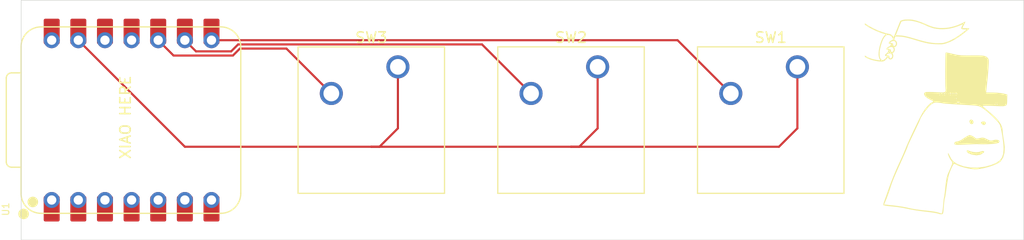
<source format=kicad_pcb>
(kicad_pcb (version 20240108) (generator "pcbnew") (generator_version "8.0")
  (layers (0 "F.Cu" signal) (31 "B.Cu" signal) (34 "B.Paste" user) (35 "F.Paste" user) (36 "B.SilkS" user "B.Silkscreen") (37 "F.SilkS" user "F.Silkscreen") (38 "B.Mask" user) (39 "F.Mask" user) (44 "Edge.Cuts" user))
  (net 0 "")
  (net 1 "Net-(U1-GPIO1{slash}RX)")
  (net 2 "GND")
  (net 3 "Net-(U1-GPIO2{slash}SCK)")
  (net 4 "Net-(U1-GPIO4{slash}MISO)")
  (net 11 "+5V")
  (footprint "Button_Switch_Keyboard:SW_Cherry_MX_1.00u_PCB" (layer "F.Cu") (at 203.2 102.87)
    (property "Reference" "SW1" (at -2.54 -2.794 0) (layer "F.SilkS"))
    (property "Value" "SW_Push")
    (fp_line (start -9.525 -1.905) (end 4.445 -1.905) (stroke (width 0.12)) (layer "F.SilkS"))
    (fp_line (start -9.525 12.065) (end -9.525 -1.905) (stroke (width 0.12)) (layer "F.SilkS"))
    (fp_line (start 4.445 -1.905) (end 4.445 12.065) (stroke (width 0.12)) (layer "F.SilkS"))
    (fp_line (start 4.445 12.065) (end -9.525 12.065) (stroke (width 0.12)) (layer "F.SilkS"))
    (pad "" np_thru_hole circle (at -7.62 5.08) (size 1.7 1.7) (drill 1.7) (layers "*.Cu" "*.Mask"))
    (pad "" np_thru_hole circle (at -2.54 5.08) (size 4 4) (drill 4) (layers "*.Cu" "*.Mask"))
    (pad "" np_thru_hole circle (at 2.54 5.08) (size 1.7 1.7) (drill 1.7) (layers "*.Cu" "*.Mask"))
    (pad "1" thru_hole circle (at 0 0) (size 2.2 2.2) (drill 1.5) (layers "*.Cu" "*.Mask") (net 2 "GND"))
    (pad "2" thru_hole circle (at -6.35 2.54) (size 2.2 2.2) (drill 1.5) (layers "*.Cu" "*.Mask") (net 1 "Net-(U1-GPIO1{slash}RX)"))
  )
  (footprint "Button_Switch_Keyboard:SW_Cherry_MX_1.00u_PCB" (layer "F.Cu") (at 165.1 102.87)
    (property "Reference" "SW3" (at -2.54 -2.794 0) (layer "F.SilkS"))
    (property "Value" "SW_Push")
    (fp_line (start -9.525 -1.905) (end 4.445 -1.905) (stroke (width 0.12)) (layer "F.SilkS"))
    (fp_line (start -9.525 12.065) (end -9.525 -1.905) (stroke (width 0.12)) (layer "F.SilkS"))
    (fp_line (start 4.445 -1.905) (end 4.445 12.065) (stroke (width 0.12)) (layer "F.SilkS"))
    (fp_line (start 4.445 12.065) (end -9.525 12.065) (stroke (width 0.12)) (layer "F.SilkS"))
    (pad "" np_thru_hole circle (at -7.62 5.08) (size 1.7 1.7) (drill 1.7) (layers "*.Cu" "*.Mask"))
    (pad "" np_thru_hole circle (at -2.54 5.08) (size 4 4) (drill 4) (layers "*.Cu" "*.Mask"))
    (pad "" np_thru_hole circle (at 2.54 5.08) (size 1.7 1.7) (drill 1.7) (layers "*.Cu" "*.Mask"))
    (pad "1" thru_hole circle (at 0 0) (size 2.2 2.2) (drill 1.5) (layers "*.Cu" "*.Mask") (net 2 "GND"))
    (pad "2" thru_hole circle (at -6.35 2.54) (size 2.2 2.2) (drill 1.5) (layers "*.Cu" "*.Mask") (net 4 "Net-(U1-GPIO4{slash}MISO)"))
  )
  (footprint "LOGO" (layer "F.Cu") (at 214.63 100.33)
    (property "Reference" "G***" (hide yes))
    (property "Value" "LOGO" (hide yes))
    (fp_poly (pts (xy -0.747904 -1.971691) (xy -0.647742 -1.969428) (xy -0.566218 -1.965058) (xy -0.494794 -1.957825) (xy -0.424929 -1.946975) (xy -0.348083 -1.931754) (xy -0.303657 -1.92211) (xy -0.085073 -1.866819) (xy 0.150611 -1.794661) (xy 0.391516 -1.70966) (xy 0.625759 -1.615836) (xy 0.709851 -1.579023) (xy 0.916688 -1.487695) (xy 1.097426 -1.411694) (xy 1.257375 -1.349329) (xy 1.401844 -1.298908) (xy 1.536145 -1.258739) (xy 1.665588 -1.227131) (xy 1.795483 -1.202392) (xy 1.93114 -1.18283) (xy 1.967268 -1.17847) (xy 2.096682 -1.168013) (xy 2.249996 -1.163063) (xy 2.417471 -1.163316) (xy 2.589369 -1.168466) (xy 2.75595 -1.178206) (xy 2.907476 -1.192232) (xy 3.034209 -1.210237) (xy 3.045499 -1.212312) (xy 3.441478 -1.303921) (xy 3.823813 -1.42728) (xy 4.197208 -1.583999) (xy 4.353341 -1.660588) (xy 4.436633 -1.702295) (xy 4.508332 -1.736481) (xy 4.562663 -1.760527) (xy 4.593852 -1.771814) (xy 4.598873 -1.771967) (xy 4.594048 -1.75391) (xy 4.574953 -1.709368) (xy 4.54399 -1.643451) (xy 4.503558 -1.561269) (xy 4.456158 -1.468127) (xy 4.408728 -1.374727) (xy 4.368491 -1.292378) (xy 4.337827 -1.226215) (xy 4.319117 -1.181374) (xy 4.314731 -1.163) (xy 4.335178 -1.159267) (xy 4.385532 -1.155377) (xy 4.459976 -1.151625) (xy 4.552696 -1.148304) (xy 4.654492 -1.145777) (xy 4.758463 -1.143082) (xy 4.848924 -1.139521) (xy 4.920305 -1.135414) (xy 4.967035 -1.131081) (xy 4.983544 -1.126894) (xy 4.970841 -1.111034) (xy 4.936245 -1.076966) (xy 4.885025 -1.029684) (xy 4.822453 -0.974183) (xy 4.821873 -0.973677) (xy 4.511389 -0.714221) (xy 4.203811 -0.479009) (xy 3.901002 -0.269117) (xy 3.604826 -0.085623) (xy 3.317145 0.070398) (xy 3.039822 0.197867) (xy 2.774721 0.29571) (xy 2.523703 0.362848) (xy 2.50119 0.367484) (xy 2.445149 0.377523) (xy 2.387917 0.384741) (xy 2.323377 0.389353) (xy 2.245413 0.391573) (xy 2.147909 0.391617) (xy 2.024749 0.389698) (xy 1.929601 0.387539) (xy 1.739458 0.381162) (xy 1.562261 0.37112) (xy 1.393197 0.356506) (xy 1.227451 0.336414) (xy 1.060211 0.309937) (xy 0.886662 0.276167) (xy 0.70199 0.234197) (xy 0.501382 0.183122) (xy 0.280025 0.122034) (xy 0.033104 0.050025) (xy -0.142897 -0.002918) (xy -0.40333 -0.080693) (xy -0.634369 -0.146699) (xy -0.840042 -0.201793) (xy -1.024373 -0.246835) (xy -1.191388 -0.282683) (xy -1.345112 -0.310196) (xy -1.489571 -0.330232) (xy -1.62879 -0.34365) (xy -1.766794 -0.351308) (xy -1.77829 -0.351711) (xy -2.082951 -0.361929) (xy -2.142672 -0.207454) (xy -2.167944 -0.139688) (xy -2.186293 -0.085793) (xy -2.195213 -0.05339) (xy -2.195254 -0.047531) (xy -2.176979 -0.03631) (xy -2.137681 -0.01332) (xy -2.104825 0.005594) (xy -2.017125 0.074904) (xy -1.957184 0.163763) (xy -1.927252 0.26671) (xy -1.929578 0.378281) (xy -1.936997 0.412983) (xy -1.97711 0.515434) (xy -2.036298 0.59203) (xy -2.111758 0.639449) (xy -2.134021 0.646675) (xy -2.180946 0.66041) (xy -2.199286 0.672856) (xy -2.19506 0.691601) (xy -2.183869 0.70953) (xy -2.149335 0.790724) (xy -2.139231 0.883564) (xy -2.151285 0.979445) (xy -2.183226 1.069761) (xy -2.232782 1.145907) (xy -2.297683 1.199277) (xy -2.315375 1.207776) (xy -2.377748 1.233838) (xy -2.33819 1.297845) (xy -2.298451 1.389458) (xy -2.284032 1.487867) (xy -2.292984 1.585927) (xy -2.323358 1.676495) (xy -2.373203 1.752428) (xy -2.440572 1.806582) (xy -2.481692 1.823707) (xy -2.56191 1.835713) (xy -2.632542 1.817667) (xy -2.701602 1.767277) (xy -2.710894 1.75822) (xy -2.749369 1.714635) (xy -2.765373 1.677941) (xy -2.765228 1.634237) (xy -2.761166 1.593074) (xy -2.760586 1.572431) (xy -2.760918 1.57187) (xy -2.771519 1.585344) (xy -2.795425 1.619841) (xy -2.814118 1.647772) (xy -2.893147 1.751198) (xy -2.987871 1.850282) (xy -3.087216 1.934186) (xy -3.148696 1.975256) (xy -3.204059 2.005996) (xy -3.248911 2.024049) (xy -3.296589 2.032562) (xy -3.360427 2.034681) (xy -3.399234 2.034371) (xy -3.480859 2.031214) (xy -3.582445 2.02426) (xy -3.688578 2.014675) (xy -3.751055 2.007783) (xy -3.948728 1.977362) (xy -4.151052 1.933985) (xy -4.350279 1.880024) (xy -4.538661 1.817847) (xy -4.708451 1.749824) (xy -4.8519 1.678326) (xy -4.878013 1.663055) (xy -4.937585 1.625488) (xy -4.972677 1.597085) (xy -4.990265 1.570071) (xy -4.997324 1.536676) (xy -4.998019 1.529339) (xy -4.999153 1.487272) (xy -4.994906 1.465521) (xy -4.993352 1.464697) (xy -4.974584 1.474052) (xy -4.934902 1.498645) (xy -4.882686 1.53327) (xy -4.879672 1.535324) (xy -4.743519 1.61514) (xy -4.578393 1.689975) (xy -4.390947 1.757514) (xy -4.187832 1.815441) (xy -3.975701 1.861444) (xy -3.909693 1.872834) (xy -3.788414 1.891736) (xy -3.684739 1.906442) (xy -3.602764 1.916466) (xy -3.546584 1.921322) (xy -3.520295 1.920525) (xy -3.518847 1.919175) (xy -3.527433 1.902248) (xy -3.549617 1.864291) (xy -3.571949 1.827593) (xy -3.632221 1.698334) (xy -3.670651 1.542079) (xy -3.68723 1.36011) (xy -3.684198 1.2416) (xy -3.58844 1.2416) (xy -3.586191 1.362555) (xy -3.576112 1.506653) (xy -3.556948 1.621593) (xy -3.526803 1.713206) (xy -3.483783 1.787328) (xy -3.42872 1.847345) (xy -3.36413 1.894243) (xy -3.303825 1.909655) (xy -3.238351 1.895069) (xy -3.209837 1.881811) (xy -3.113044 1.821367) (xy -3.02677 1.742638) (xy -2.956002 1.657149) (xy -2.917287 1.603937) (xy -2.888833 1.561571) (xy -2.876042 1.538159) (xy -2.875809 1.536804) (xy -2.891747 1.526594) (xy -2.932222 1.516132) (xy -2.958852 1.511757) (xy -3.013669 1.500984) (xy -3.055097 1.487082) (xy -3.064963 1.48123) (xy -3.078536 1.449327) (xy -3.070384 1.420828) (xy -2.942232 1.420828) (xy -2.912999 1.428839) (xy -2.905844 1.428973) (xy -2.84795 1.435742) (xy -2.782639 1.453183) (xy -2.721583 1.476998) (xy -2.676455 1.502889) (xy -2.661007 1.519135) (xy -2.651014 1.561017) (xy -2.653089 1.613175) (xy -2.653358 1.61465) (xy -2.656709 1.660498) (xy -2.640714 1.689833) (xy -2.623353 1.703711) (xy -2.577977 1.728203) (xy -2.535866 1.728345) (xy -2.495565 1.713245) (xy -2.439283 1.66973) (xy -2.40356 1.605458) (xy -2.388282 1.528809) (xy -2.393337 1.448164) (xy -2.418611 1.371902) (xy -2.463992 1.308403) (xy -2.501415 1.279565) (xy -2.572875 1.255997) (xy -2.659965 1.255124) (xy -2.752551 1.274894) (xy -2.840499 1.313254) (xy -2.907068 1.361746) (xy -2.940243 1.39909) (xy -2.942232 1.420828) (xy -3.070384 1.420828) (xy -3.065555 1.403945) (xy -3.029657 1.350706) (xy -2.974476 1.295235) (xy -2.916387 1.251362) (xy -2.866572 1.213889) (xy -2.831056 1.172854) (xy -2.822393 1.1567) (xy -2.681712 1.1567) (xy -2.66803 1.158116) (xy -2.64333 1.133921) (xy -2.626936 1.102811) (xy -2.613198 1.058314) (xy -2.60446 1.012447) (xy -2.603068 0.977226) (xy -2.610275 0.964557) (xy -2.625613 0.971775) (xy -2.625738 0.972826) (xy -2.631761 0.992702) (xy -2.647249 1.034997) (xy -2.661202 1.071068) (xy -2.679652 1.126927) (xy -2.681712 1.1567) (xy -2.822393 1.1567) (xy -2.800566 1.115998) (xy -2.783389 1.075545) (xy -2.75932 1.01385) (xy -2.74164 0.96414) (xy -2.733924 0.936512) (xy -2.733846 0.935599) (xy -2.749284 0.921975) (xy -2.789725 0.909323) (xy -2.820338 0.903975) (xy -2.888784 0.890173) (xy -2.925145 0.868751) (xy -2.932886 0.835599) (xy -2.925222 0.813515) (xy -2.799334 0.813515) (xy -2.770101 0.821525) (xy -2.762947 0.821659) (xy -2.705053 0.828428) (xy -2.639742 0.84587) (xy -2.578686 0.869685) (xy -2.533558 0.895575) (xy -2.51811 0.911821) (xy -2.508117 0.953703) (xy -2.510192 1.005861) (xy -2.510461 1.007336) (xy -2.513812 1.053184) (xy -2.497817 1.08252) (xy -2.480456 1.096397) (xy -2.43508 1.120889) (xy -2.392969 1.121032) (xy -2.352667 1.105932) (xy -2.296386 1.062416) (xy -2.260663 0.998144) (xy -2.245385 0.921495) (xy -2.25044 0.84085) (xy -2.275714 0.764588) (xy -2.321094 0.701089) (xy -2.358517 0.672252) (xy -2.429978 0.648683) (xy -2.517067 0.64781) (xy -2.609653 0.66758) (xy -2.697601 0.70594) (xy -2.76417 0.754433) (xy -2.797346 0.791777) (xy -2.799334 0.813515) (xy -2.925222 0.813515) (xy -2.91689 0.789505) (xy -2.86825 0.722349) (xy -2.790799 0.65662) (xy -2.691233 0.597687) (xy -2.658478 0.582323) (xy -2.60154 0.554072) (xy -2.589761 0.544285) (xy -2.440778 0.544285) (xy -2.420773 0.553609) (xy -2.41569 0.553727) (xy -2.39267 0.547172) (xy -2.387457 0.521021) (xy -2.389918 0.498793) (xy -2.400249 0.463545) (xy -2.414765 0.463116) (xy -2.432 0.497052) (xy -2.437382 0.513537) (xy -2.440778 0.544285) (xy -2.589761 0.544285) (xy -2.567084 0.525444) (xy -2.543638 0.484947) (xy -2.532102 0.455685) (xy -2.515752 0.404673) (xy -2.508416 0.367803) (xy -2.509373 0.357666) (xy -2.530545 0.347644) (xy -2.575153 0.337226) (xy -2.605591 0.332439) (xy -2.674175 0.318647) (xy -2.710678 0.297293) (xy -2.718577 0.26427) (xy -2.710848 0.241925) (xy -2.584988 0.241925) (xy -2.555755 0.249936) (xy -2.548601 0.25007) (xy -2.490707 0.256839) (xy -2.425396 0.27428) (xy -2.36434 0.298095) (xy -2.319212 0.323986) (xy -2.303764 0.340232) (xy -2.293771 0.382114) (xy -2.295846 0.434272) (xy -2.296115 0.435747) (xy -2.299466 0.481595) (xy -2.283471 0.51093) (xy -2.26611 0.524808) (xy -2.220734 0.5493) (xy -2.178623 0.549442) (xy -2.138321 0.534342) (xy -2.08204 0.490827) (xy -2.046317 0.426555) (xy -2.031039 0.349906) (xy -2.036094 0.269261) (xy -2.061368 0.192999) (xy -2.106748 0.1295) (xy -2.144171 0.100663) (xy -2.215632 0.077094) (xy -2.302722 0.076221) (xy -2.395307 0.095991) (xy -2.483255 0.134351) (xy -2.549824 0.182844) (xy -2.583 0.220187) (xy -2.584988 0.241925) (xy -2.710848 0.241925) (xy -2.702544 0.217915) (xy -2.654172 0.151084) (xy -2.577859 0.086184) (xy -2.481168 0.02912) (xy -2.433305 0.007686) (xy -2.377679 -0.019281) (xy -2.336538 -0.047297) (xy -2.321276 -0.065715) (xy -2.318242 -0.122141) (xy -2.339204 -0.192096) (xy -2.379498 -0.26778) (xy -2.434456 -0.341398) (xy -2.499415 -0.405151) (xy -2.543227 -0.436651) (xy -2.606365 -0.469915) (xy -2.669809 -0.488392) (xy -2.750971 -0.497118) (xy -2.752612 -0.497211) (xy -2.823681 -0.499193) (xy -2.874078 -0.493446) (xy -2.918527 -0.477067) (xy -2.954579 -0.457373) (xy -3.04933 -0.383225) (xy -3.140458 -0.274365) (xy -3.22752 -0.131665) (xy -3.310072 0.044005) (xy -3.387668 0.251772) (xy -3.459866 0.490767) (xy -3.483187 0.579307) (xy -3.523576 0.745263) (xy -3.553183 0.886003) (xy -3.573119 1.009993) (xy -3.584501 1.125703) (xy -3.58844 1.2416) (xy -3.684198 1.2416) (xy -3.681949 1.15371) (xy -3.654799 0.924158) (xy -3.60577 0.672738) (xy -3.581136 0.57069) (xy -3.51754 0.34284) (xy -3.447744 0.134995) (xy -3.373044 -0.050168) (xy -3.294733 -0.209969) (xy -3.214105 -0.341728) (xy -3.132455 -0.442765) (xy -3.062644 -0.50288) (xy -3.024459 -0.530828) (xy -3.002804 -0.550448) (xy -3.000966 -0.553856) (xy -3.016835 -0.562448) (xy -3.059232 -0.577484) (xy -3.120164 -0.596218) (xy -3.144775 -0.603248) (xy -3.404281 -0.684728) (xy -3.679664 -0.787075) (xy -3.961459 -0.905974) (xy -4.240202 -1.037114) (xy -4.506427 -1.176179) (xy -4.750668 -1.318859) (xy -4.839125 -1.375343) (xy -4.910694 -1.422994) (xy -4.957405 -1.457032) (xy -4.98454 -1.48302) (xy -4.997382 -1.50652) (xy -5.001213 -1.533097) (xy -5.001406 -1.546237) (xy -4.99819 -1.586482) (xy -4.990235 -1.604616) (xy -4.98801 -1.604501) (xy -4.969079 -1.592938) (xy -4.926056 -1.565235) (xy -4.864577 -1.525063) (xy -4.790277 -1.476092) (xy -4.756968 -1.454024) (xy -4.612194 -1.36307) (xy -4.444752 -1.266342) (xy -4.265721 -1.169786) (xy -4.08618 -1.079347) (xy -3.91721 -1.00097) (xy -3.89311 -0.99047) (xy -3.73978 -0.927011) (xy -3.575899 -0.863963) (xy -3.407683 -0.803353) (xy -3.241345 -0.747211) (xy -3.083101 -0.697566) (xy -2.939167 -0.656448) (xy -2.815756 -0.625885) (xy -2.723178 -0.608475) (xy -2.645089 -0.591651) (xy -2.564993 -0.565556) (xy -2.525179 -0.548148) (xy -2.456041 -0.503706) (xy -2.382791 -0.441817) (xy -2.317478 -0.373761) (xy -2.272662 -0.311738) (xy -2.254869 -0.288094) (xy -2.246055 -0.285944) (xy -2.238119 -0.303802) (xy -2.218229 -0.351516) (xy -2.187729 -0.425783) (xy -2.165505 -0.480283) (xy -2.036314 -0.480283) (xy -2.019422 -0.476105) (xy -1.972658 -0.471425) (xy -1.901863 -0.466653) (xy -1.812879 -0.462199) (xy -1.737096 -0.459292) (xy -1.625403 -0.454092) (xy -1.516339 -0.445647) (xy -1.406297 -0.433165) (xy -1.291673 -0.415851) (xy -1.168861 -0.392914) (xy -1.034258 -0.36356) (xy -0.884259 -0.326997) (xy -0.715257 -0.282432) (xy -0.523649 -0.229071) (xy -0.30583 -0.166123) (xy -0.058194 -0.092793) (xy -0.023068 -0.08229) (xy 0.235133 -0.006495) (xy 0.465622 0.057707) (xy 0.674046 0.111503) (xy 0.866054 0.156081) (xy 1.047292 0.192628) (xy 1.223409 0.222332) (xy 1.400052 0.24638) (xy 1.582869 0.265961) (xy 1.670112 0.273755) (xy 1.77319 0.279955) (xy 1.893776 0.283209) (xy 2.023442 0.283681) (xy 2.153758 0.281536) (xy 2.276295 0.276939) (xy 2.382623 0.270054) (xy 2.464311 0.261046) (xy 2.48326 0.257859) (xy 2.711609 0.200897) (xy 2.956112 0.114009) (xy 3.215003 -0.001827) (xy 3.486513 -0.145633) (xy 3.768876 -0.316431) (xy 4.060325 -0.513245) (xy 4.359091 -0.735095) (xy 4.544532 -0.882589) (xy 4.721765 -1.027075) (xy 4.52667 -1.03148) (xy 4.423122 -1.034519) (xy 4.348875 -1.038919) (xy 4.297506 -1.045758) (xy 4.262595 -1.056114) (xy 4.237717 -1.071062) (xy 4.225651 -1.081964) (xy 4.204947 -1.113307) (xy 4.200327 -1.154131) (xy 4.212818 -1.209842) (xy 4.243446 -1.285844) (xy 4.277989 -1.357525) (xy 4.311816 -1.425561) (xy 4.33862 -1.480769) (xy 4.35497 -1.516006) (xy 4.358368 -1.524867) (xy 4.343163 -1.520917) (xy 4.301767 -1.504767) (xy 4.240509 -1.478999) (xy 4.166049 -1.446346) (xy 3.818038 -1.306876) (xy 3.465125 -1.196176) (xy 3.11133 -1.11502) (xy 2.760669 -1.06418) (xy 2.417161 -1.044426) (xy 2.121665 -1.053545) (xy 1.876136 -1.079374) (xy 1.6444 -1.120035) (xy 1.417623 -1.177927) (xy 1.186971 -1.255451) (xy 0.943612 -1.35501) (xy 0.839522 -1.402102) (xy 0.570088 -1.521952) (xy 0.322009 -1.621281) (xy 0.088942 -1.702128) (xy -0.135459 -1.766533) (xy -0.357537 -1.816535) (xy -0.553727 -1.849896) (xy -0.714396 -1.866965) (xy -0.879405 -1.872858) (xy -1.041634 -1.868137) (xy -1.193962 -1.853366) (xy -1.329267 -1.829108) (xy -1.440429 -1.795925) (xy -1.484431 -1.776318) (xy -1.498408 -1.765971) (xy -1.514023 -1.74696) (xy -1.532696 -1.716181) (xy -1.555848 -1.670531) (xy -1.584899 -1.606905) (xy -1.621271 -1.5222) (xy -1.666382 -1.413312) (xy -1.721655 -1.277138) (xy -1.784148 -1.121477) (xy -1.840617 -0.980073) (xy -1.892677 -0.84917) (xy -1.938881 -0.73245) (xy -1.977779 -0.633594) (xy -2.007925 -0.556286) (xy -2.027869 -0.504207) (xy -2.036164 -0.48104) (xy -2.036314 -0.480283) (xy -2.165505 -0.480283) (xy -2.147964 -0.5233) (xy -2.100276 -0.640765) (xy -2.046009 -0.774877) (xy -1.986507 -0.922332) (xy -1.928405 -1.066667) (xy -1.618012 -1.838607) (xy -1.533153 -1.875112) (xy -1.451409 -1.908206) (xy -1.375898 -1.933111) (xy -1.299366 -1.950903) (xy -1.214557 -1.962655) (xy -1.114218 -1.969443) (xy -0.991092 -1.972343) (xy -0.875246 -1.972599)) (fill solid) (layer "F.SilkS"))
  )
  (footprint "Button_Switch_Keyboard:SW_Cherry_MX_1.00u_PCB" (layer "F.Cu") (at 184.15 102.87)
    (property "Reference" "SW2" (at -2.54 -2.794 0) (layer "F.SilkS"))
    (property "Value" "SW_Push")
    (fp_line (start -9.525 -1.905) (end 4.445 -1.905) (stroke (width 0.12)) (layer "F.SilkS"))
    (fp_line (start -9.525 12.065) (end -9.525 -1.905) (stroke (width 0.12)) (layer "F.SilkS"))
    (fp_line (start 4.445 -1.905) (end 4.445 12.065) (stroke (width 0.12)) (layer "F.SilkS"))
    (fp_line (start 4.445 12.065) (end -9.525 12.065) (stroke (width 0.12)) (layer "F.SilkS"))
    (pad "" np_thru_hole circle (at -7.62 5.08) (size 1.7 1.7) (drill 1.7) (layers "*.Cu" "*.Mask"))
    (pad "" np_thru_hole circle (at -2.54 5.08) (size 4 4) (drill 4) (layers "*.Cu" "*.Mask"))
    (pad "" np_thru_hole circle (at 2.54 5.08) (size 1.7 1.7) (drill 1.7) (layers "*.Cu" "*.Mask"))
    (pad "1" thru_hole circle (at 0 0) (size 2.2 2.2) (drill 1.5) (layers "*.Cu" "*.Mask") (net 2 "GND"))
    (pad "2" thru_hole circle (at -6.35 2.54) (size 2.2 2.2) (drill 1.5) (layers "*.Cu" "*.Mask") (net 3 "Net-(U1-GPIO2{slash}SCK)"))
  )
  (footprint "Seeed Studio XIAO Series Library:XIAO-RP2040-DIP" (layer "F.Cu") (at 139.7 107.95 90)
    (property "Reference" "U1" (at -8.5 -12 90) (layer "F.SilkS") (effects (font (size 0.635 0.635) (thickness 0.1016))))
    (property "Value" "XIAO-RP2040-DIP")
    (fp_line (start -3.991272 -11.951) (end 4.004 -11.951) (stroke (width 0.127)) (layer "F.SilkS"))
    (fp_line (start 4.504 -11.451) (end 4.504 -10.541) (stroke (width 0.127)) (layer "F.SilkS"))
    (fp_line (start 6.985 -10.541) (end -6.985 -10.541) (stroke (width 0.1)) (layer "F.SilkS"))
    (fp_line (start 6.985 -10.541) (end -6.985 -10.541) (stroke (width 0.127)) (layer "F.SilkS"))
    (fp_line (start -4.495 -10.541) (end -4.491272 -11.451272) (stroke (width 0.127)) (layer "F.SilkS"))
    (fp_line (start 8.89 8.509) (end 8.89 -8.636) (stroke (width 0.127)) (layer "F.SilkS"))
    (fp_line (start -8.89 8.509) (end -8.89 -8.636) (stroke (width 0.127)) (layer "F.SilkS"))
    (fp_line (start -6.985 10.414) (end 6.985 10.414) (stroke (width 0.127)) (layer "F.SilkS"))
    (fp_arc (start 4.004 -11.951) (mid 4.357553 -11.804553) (end 4.504 -11.451) (stroke (width 0.127)) (layer "F.SilkS"))
    (fp_arc (start -4.491272 -11.451272) (mid -4.344724 -11.804644) (end -3.991272 -11.951) (stroke (width 0.127)) (layer "F.SilkS"))
    (fp_arc (start 6.985 -10.541) (mid 8.332038 -9.983038) (end 8.89 -8.636) (stroke (width 0.127)) (layer "F.SilkS"))
    (fp_arc (start -8.89 -8.636) (mid -8.332038 -9.983038) (end -6.985 -10.541) (stroke (width 0.127)) (layer "F.SilkS"))
    (fp_arc (start 8.89 8.509) (mid 8.332038 9.856038) (end 6.985 10.414) (stroke (width 0.127)) (layer "F.SilkS"))
    (fp_arc (start -6.985 10.414) (mid -8.332038 9.856038) (end -8.89 8.509) (stroke (width 0.127)) (layer "F.SilkS"))
    (fp_circle (center -8.95 -10.3) (end -8.95 -10.554) (stroke (width 0.5)) (fill solid) (layer "F.SilkS"))
    (fp_circle (center -7.807 -9.42) (end -7.807 -9.674) (stroke (width 0.5)) (fill solid) (layer "F.SilkS"))
    (pad "1" smd roundrect (at -8.455 -7.62 270) (size 2.432 1.524) (layers "F.Cu" "F.Mask") (roundrect_rratio 0.1))
    (pad "1" thru_hole circle (at -7.62 -7.62 270) (size 1.524 1.524) (drill 0.889) (layers "*.Cu" "*.Mask"))
    (pad "2" smd roundrect (at -8.455 -5.08 270) (size 2.432 1.524) (layers "F.Cu" "F.Mask") (roundrect_rratio 0.1))
    (pad "2" thru_hole circle (at -7.62 -5.08 270) (size 1.524 1.524) (drill 0.889) (layers "*.Cu" "*.Mask"))
    (pad "3" smd roundrect (at -8.455 -2.54 270) (size 2.432 1.524) (layers "F.Cu" "F.Mask") (roundrect_rratio 0.1))
    (pad "3" thru_hole circle (at -7.62 -2.54 270) (size 1.524 1.524) (drill 0.889) (layers "*.Cu" "*.Mask"))
    (pad "4" smd roundrect (at -8.455 0 270) (size 2.432 1.524) (layers "F.Cu" "F.Mask") (roundrect_rratio 0.1))
    (pad "4" thru_hole circle (at -7.62 0 270) (size 1.524 1.524) (drill 0.889) (layers "*.Cu" "*.Mask"))
    (pad "5" smd roundrect (at -8.455 2.54 270) (size 2.432 1.524) (layers "F.Cu" "F.Mask") (roundrect_rratio 0.1))
    (pad "5" thru_hole circle (at -7.62 2.54 270) (size 1.524 1.524) (drill 0.889) (layers "*.Cu" "*.Mask"))
    (pad "6" smd roundrect (at -8.455 5.08 270) (size 2.432 1.524) (layers "F.Cu" "F.Mask") (roundrect_rratio 0.1))
    (pad "6" thru_hole circle (at -7.62 5.08 270) (size 1.524 1.524) (drill 0.889) (layers "*.Cu" "*.Mask"))
    (pad "7" smd roundrect (at -8.455 7.62 270) (size 2.432 1.524) (layers "F.Cu" "F.Mask") (roundrect_rratio 0.1))
    (pad "7" thru_hole circle (at -7.62 7.62 270) (size 1.524 1.524) (drill 0.889) (layers "*.Cu" "*.Mask"))
    (pad "8" thru_hole circle (at 7.62 7.62 90) (size 1.524 1.524) (drill 0.889) (layers "*.Cu" "*.Mask") (net 1 "Net-(U1-GPIO1{slash}RX)"))
    (pad "8" smd roundrect (at 8.455 7.62 90) (size 2.432 1.524) (layers "F.Cu" "F.Mask") (roundrect_rratio 0.1) (net 1 "Net-(U1-GPIO1{slash}RX)"))
    (pad "9" thru_hole circle (at 7.62 5.08 90) (size 1.524 1.524) (drill 0.889) (layers "*.Cu" "*.Mask") (net 3 "Net-(U1-GPIO2{slash}SCK)"))
    (pad "9" smd roundrect (at 8.455 5.08 90) (size 2.432 1.524) (layers "F.Cu" "F.Mask") (roundrect_rratio 0.1) (net 3 "Net-(U1-GPIO2{slash}SCK)"))
    (pad "10" thru_hole circle (at 7.62 2.54 90) (size 1.524 1.524) (drill 0.889) (layers "*.Cu" "*.Mask") (net 4 "Net-(U1-GPIO4{slash}MISO)"))
    (pad "10" smd roundrect (at 8.455 2.54 90) (size 2.432 1.524) (layers "F.Cu" "F.Mask") (roundrect_rratio 0.1) (net 4 "Net-(U1-GPIO4{slash}MISO)"))
    (pad "11" thru_hole circle (at 7.62 0 90) (size 1.524 1.524) (drill 0.889) (layers "*.Cu" "*.Mask"))
    (pad "11" smd roundrect (at 8.455 0 90) (size 2.432 1.524) (layers "F.Cu" "F.Mask") (roundrect_rratio 0.1))
    (pad "12" thru_hole circle (at 7.62 -2.54 90) (size 1.524 1.524) (drill 0.889) (layers "*.Cu" "*.Mask"))
    (pad "12" smd roundrect (at 8.455 -2.54 90) (size 2.432 1.524) (layers "F.Cu" "F.Mask") (roundrect_rratio 0.1))
    (pad "13" thru_hole circle (at 7.62 -5.08 90) (size 1.524 1.524) (drill 0.889) (layers "*.Cu" "*.Mask") (net 2 "GND"))
    (pad "13" smd roundrect (at 8.455 -5.08 90) (size 2.432 1.524) (layers "F.Cu" "F.Mask") (roundrect_rratio 0.1) (net 2 "GND"))
    (pad "14" thru_hole circle (at 7.62 -7.62 90) (size 1.524 1.524) (drill 0.889) (layers "*.Cu" "*.Mask") (net 11 "+5V"))
    (pad "14" smd roundrect (at 8.455 -7.62 90) (size 2.432 1.524) (layers "F.Cu" "F.Mask") (roundrect_rratio 0.1) (net 11 "+5V"))
  )
  (footprint "LOGO" (layer "F.Cu") (at 217.239441 111.329438)
    (property "Reference" "G***" (hide yes))
    (property "Value" "LOGO" (hide yes))
    (fp_poly (pts (xy 2.670549 -3.377433) (xy 2.750506 -3.23966) (xy 2.741476 -3.094802) (xy 2.716096 -3.059973) (xy 2.589553 -2.97658) (xy 2.474543 -3.029998) (xy 2.423595 -3.086082) (xy 2.364595 -3.240969) (xy 2.409244 -3.379812) (xy 2.534797 -3.438769)) (fill solid) (layer "F.SilkS"))
    (fp_poly (pts (xy 3.886552 -3.200439) (xy 3.938221 -3.092388) (xy 3.899086 -2.998554) (xy 3.778778 -2.902357) (xy 3.653224 -2.93578) (xy 3.551371 -3.024717) (xy 3.46428 -3.129948) (xy 3.503286 -3.192414) (xy 3.583005 -3.231215) (xy 3.753736 -3.257323)) (fill solid) (layer "F.SilkS"))
    (fp_poly (pts (xy 2.226134 -0.49429) (xy 2.393237 -0.430895) (xy 2.702728 -0.344028) (xy 3.035511 -0.31572) (xy 3.325908 -0.348511) (xy 3.438245 -0.390489) (xy 3.612456 -0.434524) (xy 3.704637 -0.421975) (xy 3.783752 -0.36857) (xy 3.733144 -0.283536) (xy 3.716185 -0.266251) (xy 3.420452 -0.078306) (xy 3.042622 -0.018623) (xy 2.591924 -0.088617) (xy 2.579077 -0.092248) (xy 2.285605 -0.205378) (xy 2.135971 -0.339633) (xy 2.110154 -0.440465) (xy 2.133005 -0.501718)) (fill solid) (layer "F.SilkS"))
    (fp_poly (pts (xy 2.566969 -1.907918) (xy 2.772299 -1.79899) (xy 2.938485 -1.670343) (xy 2.970812 -1.632123) (xy 3.063428 -1.615833) (xy 3.250319 -1.641541) (xy 3.346128 -1.664368) (xy 3.565667 -1.71036) (xy 3.73796 -1.697918) (xy 3.938436 -1.616263) (xy 4.035919 -1.565788) (xy 4.271653 -1.454864) (xy 4.439523 -1.42223) (xy 4.599948 -1.456865) (xy 4.610866 -1.460921) (xy 4.834715 -1.509376) (xy 5.046629 -1.499284) (xy 5.195919 -1.438567) (xy 5.236308 -1.363194) (xy 5.186996 -1.235481) (xy 5.16137 -1.213373) (xy 5.005279 -1.164607) (xy 4.728997 -1.123627) (xy 4.368541 -1.092686) (xy 3.959929 -1.074039) (xy 3.539182 -1.069937) (xy 3.142315 -1.082634) (xy 3.106615 -1.084832) (xy 2.995456 -1.083798) (xy 2.760582 -1.076499) (xy 2.434413 -1.064091) (xy 2.049365 -1.047735) (xy 1.973384 -1.044329) (xy 1.554791 -1.026292) (xy 1.267587 -1.018601) (xy 1.087036 -1.024092) (xy 0.988402 -1.045603) (xy 0.946946 -1.085969) (xy 0.937933 -1.148027) (xy 0.937846 -1.163067) (xy 0.973433 -1.285811) (xy 1.107861 -1.327304) (xy 1.159585 -1.328616) (xy 1.362337 -1.379841) (xy 1.634992 -1.520212) (xy 1.817886 -1.641231) (xy 2.059881 -1.800036) (xy 2.269979 -1.91257) (xy 2.399373 -1.953846)) (fill solid) (layer "F.SilkS"))
    (fp_poly (pts (xy 0.397816 -9.788577) (xy 0.672899 -9.72457) (xy 0.758484 -9.702051) (xy 1.181019 -9.608217) (xy 1.615601 -9.558688) (xy 2.129624 -9.546139) (xy 2.188308 -9.546639) (xy 2.743298 -9.551396) (xy 3.164259 -9.550511) (xy 3.473434 -9.541833) (xy 3.693061 -9.523211) (xy 3.845381 -9.492492) (xy 3.952635 -9.447526) (xy 4.037064 -9.386161) (xy 4.05982 -9.365582) (xy 4.140087 -9.282799) (xy 4.189809 -9.192751) (xy 4.213298 -9.06185) (xy 4.214866 -8.856507) (xy 4.198825 -8.543133) (xy 4.187738 -8.369121) (xy 4.162213 -7.998899) (xy 4.136429 -7.663869) (xy 4.114016 -7.409414) (xy 4.102798 -7.307385) (xy 4.078561 -7.106166) (xy 4.046731 -6.816886) (xy 4.018596 -6.545385) (xy 3.965649 -6.017846) (xy 4.620517 -6.011557) (xy 4.979544 -5.997163) (xy 5.327234 -5.964903) (xy 5.596391 -5.921301) (xy 5.627077 -5.913864) (xy 5.978769 -5.822462) (xy 5.972646 -5.386247) (xy 5.968833 -5.118619) (xy 5.951026 -4.928142) (xy 5.896616 -4.80306) (xy 5.782992 -4.731615) (xy 5.587544 -4.70205) (xy 5.287662 -4.70261) (xy 4.860736 -4.721536) (xy 4.708387 -4.728855) (xy 4.209598 -4.747816) (xy 3.864984 -4.750273) (xy 3.673282 -4.736197) (xy 3.63323 -4.705558) (xy 3.634154 -4.704587) (xy 3.725675 -4.622617) (xy 3.906796 -4.467557) (xy 4.146541 -4.265778) (xy 4.290338 -4.145958) (xy 4.776593 -3.714515) (xy 5.133199 -3.329931) (xy 5.372537 -2.973793) (xy 5.506985 -2.627691) (xy 5.548923 -2.274081) (xy 5.565533 -2.037984) (xy 5.609029 -1.719669) (xy 5.668502 -1.395606) (xy 5.744349 -0.804135) (xy 5.716427 -0.270727) (xy 5.588569 0.182952) (xy 5.364603 0.535236) (xy 5.318893 0.581908) (xy 5.088076 0.740329) (xy 4.736719 0.902665) (xy 4.29971 1.056285) (xy 3.811939 1.188553) (xy 3.425037 1.267672) (xy 3.120087 1.310029) (xy 2.848762 1.316081) (xy 2.545417 1.28365) (xy 2.233788 1.22819) (xy 1.88227 1.148232) (xy 1.549716 1.052842) (xy 1.296556 0.959815) (xy 1.254172 0.939739) (xy 1.058199 0.844012) (xy 0.926956 0.787772) (xy 0.903471 0.781538) (xy 0.839898 0.848645) (xy 0.74055 1.024934) (xy 0.623529 1.272859) (xy 0.506938 1.554873) (xy 0.435059 1.753096) (xy 0.372686 1.988272) (xy 0.303539 2.329988) (xy 0.236736 2.729288) (xy 0.189085 3.073543) (xy 0.140068 3.443682) (xy 0.092351 3.758903) (xy 0.051416 3.985663) (xy 0.022902 4.090172) (xy -0.004181 4.200498) (xy -0.034024 4.426714) (xy -0.061772 4.728588) (xy -0.072376 4.879879) (xy -0.097127 5.217579) (xy -0.124893 5.429081) (xy -0.164014 5.544403) (xy -0.222829 5.593565) (xy -0.273539 5.604057) (xy -0.466256 5.586802) (xy -0.625231 5.539426) (xy -0.774415 5.501154) (xy -1.043254 5.453947) (xy -1.395769 5.403375) (xy -1.79598 5.355007) (xy -1.864979 5.347531) (xy -2.327107 5.291275) (xy -2.803154 5.221424) (xy -3.23565 5.147064) (xy -3.554426 5.08038) (xy -3.936539 5.001825) (xy -4.394648 4.9279) (xy -4.848637 4.871028) (xy -4.993045 4.857338) (xy -5.32975 4.824928) (xy -5.6053 4.791002) (xy -5.784381 4.760338) (xy -5.833096 4.743724) (xy -5.838394 4.668115) (xy -5.765812 4.668115) (xy -4.890397 4.756866) (xy -4.459222 4.809543) (xy -4.013105 4.878874) (xy -3.617869 4.954006) (xy -3.433799 4.997026) (xy -3.120376 5.064573) (xy -2.706746 5.134012) (xy -2.248664 5.196815) (xy -1.836616 5.241336) (xy -1.43204 5.284326) (xy -1.064557 5.33429) (xy -0.772664 5.385271) (xy -0.594858 5.431311) (xy -0.586154 5.434842) (xy -0.401008 5.49941) (xy -0.276224 5.516985) (xy -0.273539 5.516415) (xy -0.233817 5.435313) (xy -0.193444 5.234328) (xy -0.158848 4.949722) (xy -0.146609 4.80023) (xy -0.119745 4.474243) (xy -0.089741 4.200243) (xy -0.061625 4.021454) (xy -0.051865 3.985846) (xy -0.026639 3.863744) (xy 0.006486 3.622676) (xy 0.042899 3.299482) (xy 0.07274 2.990509) (xy 0.129685 2.502888) (xy 0.203547 2.097602) (xy 0.287844 1.809129) (xy 0.300513 1.779125) (xy 0.486228 1.362742) (xy 0.61522 1.065414) (xy 0.694694 0.863556) (xy 0.731858 0.733588) (xy 0.733916 0.651925) (xy 0.708074 0.594986) (xy 0.674757 0.554363) (xy 0.532497 0.350644) (xy 0.406167 0.103484) (xy 0.326769 -0.121279) (xy 0.314332 -0.211042) (xy 0.342427 -0.229588) (xy 0.412799 -0.126878) (xy 0.474937 -0.001406) (xy 0.645975 0.325458) (xy 0.835417 0.553456) (xy 1.094304 0.736588) (xy 1.253066 0.821798) (xy 1.821487 1.032629) (xy 2.472911 1.142703) (xy 3.170123 1.151157) (xy 3.875904 1.057128) (xy 4.454769 0.89598) (xy 4.925175 0.696823) (xy 5.258448 0.468678) (xy 5.473722 0.186074) (xy 5.590133 -0.176461) (xy 5.626816 -0.644399) (xy 5.626893 -0.664308) (xy 5.612284 -0.985777) (xy 5.572009 -1.380666) (xy 5.512832 -1.807539) (xy 5.441515 -2.224958) (xy 5.364822 -2.591486) (xy 5.289514 -2.865686) (xy 5.252251 -2.959866) (xy 5.128316 -3.139941) (xy 4.910722 -3.386827) (xy 4.629491 -3.671758) (xy 4.314645 -3.965968) (xy 3.996206 -4.240691) (xy 3.704198 -4.46716) (xy 3.614057 -4.529526) (xy 3.450839 -4.628628) (xy 3.289752 -4.696378) (xy 3.091751 -4.7415) (xy 2.817787 -4.772724) (xy 2.428816 -4.798775) (xy 2.402672 -4.800267) (xy 1.599136 -4.846687) (xy 0.971795 -4.884616) (xy 4.845538 -4.884616) (xy 4.884615 -4.845539) (xy 4.923692 -4.884616) (xy 5.001846 -4.884616) (xy 5.040923 -4.845539) (xy 5.08 -4.884616) (xy 5.040923 -4.923692) (xy 5.001846 -4.884616) (xy 4.923692 -4.884616) (xy 4.884615 -4.923692) (xy 4.845538 -4.884616) (xy 0.971795 -4.884616) (xy 0.951484 -4.885844) (xy 0.459461 -4.917756) (xy 0.122812 -4.942438) (xy -0.058716 -4.959908) (xy -0.078154 -4.962837) (xy -0.465038 -5.027034) (xy -0.50444 -5.031129) (xy 1.161462 -5.031129) (xy 1.265268 -5.017598) (xy 1.289538 -5.017082) (xy 1.423011 -5.02553) (xy 1.434763 -5.049996) (xy 1.427795 -5.05311) (xy 1.272645 -5.068571) (xy 1.193333 -5.056006) (xy 1.161462 -5.031129) (xy -0.50444 -5.031129) (xy -0.737621 -5.055363) (xy -0.934643 -5.04375) (xy -1.094844 -4.988123) (xy -1.256963 -4.884409) (xy -1.327176 -4.831506) (xy -1.488692 -4.677258) (xy -1.686945 -4.445301) (xy -1.896111 -4.171711) (xy -2.090369 -3.892567) (xy -2.243893 -3.643944) (xy -2.330861 -3.46192) (xy -2.341295 -3.414711) (xy -2.375149 -3.326884) (xy -2.46686 -3.123193) (xy -2.605089 -2.827931) (xy -2.778498 -2.465388) (xy -2.930769 -2.151764) (xy -3.123642 -1.752969) (xy -3.289811 -1.40175) (xy -3.417984 -1.1226) (xy -3.496871 -0.940009) (xy -3.516923 -0.880447) (xy -3.547536 -0.786441) (xy -3.63144 -0.578677) (xy -3.756735 -0.285461) (xy -3.91152 0.064901) (xy -3.955254 0.162145) (xy -4.249975 0.816734) (xy -4.48747 1.348825) (xy -4.67588 1.777902) (xy -4.823349 2.123449) (xy -4.938019 2.40495) (xy -5.028033 2.641889) (xy -5.101532 2.853751) (xy -5.16666 3.06002) (xy -5.167646 3.063275) (xy -5.290456 3.440976) (xy -5.436173 3.849775) (xy -5.553173 4.151134) (xy -5.765812 4.668115) (xy -5.838394 4.668115) (xy -5.839888 4.646801) (xy -5.795775 4.469813) (xy -5.784993 4.43922) (xy -5.726349 4.276765) (xy -5.627228 3.999465) (xy -5.499223 3.639856) (xy -5.353923 3.230474) (xy -5.27545 3.008923) (xy -5.088647 2.504671) (xy -4.871827 1.956462) (xy -4.64968 1.424726) (xy -4.446892 0.969893) (xy -4.413358 0.898769) (xy -4.224688 0.495047) (xy -4.04224 0.090551) (xy -3.88691 -0.267546) (xy -3.780189 -0.530504) (xy -3.651154 -0.848099) (xy -3.468131 -1.267344) (xy -3.247168 -1.754329) (xy -3.004313 -2.275144) (xy -2.755613 -2.795877) (xy -2.517117 -3.282618) (xy -2.304872 -3.701456) (xy -2.134926 -4.018481) (xy -2.103681 -4.073134) (xy -1.906882 -4.374539) (xy -1.686067 -4.655239) (xy -1.468605 -4.885733) (xy -1.281867 -5.036518) (xy -1.169588 -5.08) (xy -1.096326 -5.139556) (xy -1.094154 -5.158154) (xy -1.151295 -5.234061) (xy -1.169122 -5.236308) (xy -1.273899 -5.274021) (xy -1.461078 -5.370663) (xy -1.566271 -5.431692) (xy 1.094154 -5.431692) (xy 1.133231 -5.392616) (xy 1.172308 -5.431692) (xy 1.133231 -5.470769) (xy 1.094154 -5.431692) (xy -1.566271 -5.431692) (xy -1.598969 -5.450662) (xy -1.828717 -5.628087) (xy -1.948265 -5.803842) (xy -1.948085 -5.913641) (xy -0.521026 -5.913641) (xy -0.510298 -5.867179) (xy -0.468923 -5.861539) (xy -0.404594 -5.890134) (xy -0.410046 -5.900616) (xy -0.234462 -5.900616) (xy -0.195385 -5.861539) (xy -0.156308 -5.900616) (xy -0.169333 -5.913641) (xy -0.052103 -5.913641) (xy -0.041375 -5.867179) (xy 0 -5.861539) (xy 0.064329 -5.890134) (xy 0.052102 -5.913641) (xy 0.494974 -5.913641) (xy 0.505702 -5.867179) (xy 0.547077 -5.861539) (xy 0.611406 -5.890134) (xy 0.605954 -5.900616) (xy 0.703384 -5.900616) (xy 0.742461 -5.861539) (xy 0.781538 -5.900616) (xy 0.859692 -5.900616) (xy 0.898769 -5.861539) (xy 0.937846 -5.900616) (xy 0.924821 -5.913641) (xy 1.042051 -5.913641) (xy 1.052779 -5.867179) (xy 1.094154 -5.861539) (xy 1.158483 -5.890134) (xy 1.146256 -5.913641) (xy 1.053506 -5.922995) (xy 1.042051 -5.913641) (xy 0.924821 -5.913641) (xy 0.898769 -5.939692) (xy 0.859692 -5.900616) (xy 0.781538 -5.900616) (xy 0.742461 -5.939692) (xy 0.703384 -5.900616) (xy 0.605954 -5.900616) (xy 0.599179 -5.913641) (xy 0.506429 -5.922995) (xy 0.494974 -5.913641) (xy 0.052102 -5.913641) (xy -0.040648 -5.922995) (xy -0.052103 -5.913641) (xy -0.169333 -5.913641) (xy -0.195385 -5.939692) (xy -0.234462 -5.900616) (xy -0.410046 -5.900616) (xy -0.416821 -5.913641) (xy -0.509571 -5.922995) (xy -0.521026 -5.913641) (xy -1.948085 -5.913641) (xy -1.94802 -5.95352) (xy -1.833471 -6.047316) (xy -1.710382 -6.061677) (xy -1.467915 -6.065521) (xy -1.142635 -6.058946) (xy -0.817471 -6.044647) (xy -0.417747 -6.024529) (xy -0.149804 -6.022381) (xy 0.01067 -6.047975) (xy 0.087988 -6.111085) (xy 0.106462 -6.221486) (xy 0.090404 -6.388949) (xy 0.08791 -6.408616) (xy 0.078488 -6.560166) (xy 0.071657 -6.826618) (xy 0.067293 -7.180237) (xy 0.065269 -7.593291) (xy 0.065458 -8.038046) (xy 0.067733 -8.486768) (xy 0.071968 -8.911723) (xy 0.078037 -9.285178) (xy 0.085814 -9.579399) (xy 0.095171 -9.766653) (xy 0.103472 -9.820601) (xy 0.195048 -9.822933)) (fill solid) (layer "F.SilkS"))
  )
  (gr_rect (start 129.17 96.52) (end 224.79 119.38) (stroke (width 0.05)) (fill none) (layer "Edge.Cuts"))
  (gr_text "XIAO HERE" (at 139.7 111.76 90) (layer "F.SilkS") (effects (font (size 1 1)) (justify left bottom)))
  (segment (start 191.77 100.33) (end 196.85 105.41) (width 0.2) (layer "F.Cu") (net 1))
  (segment (start 147.32 100.33) (end 191.77 100.33) (width 0.2) (layer "F.Cu") (net 1))
  (segment (start 184.15 102.87) (end 184.15 108.733402) (width 0.2) (layer "F.Cu") (net 2))
  (segment (start 203.2 108.733402) (end 201.443402 110.49) (width 0.2) (layer "F.Cu") (net 2))
  (segment (start 201.443402 110.49) (end 181.61 110.49) (width 0.2) (layer "F.Cu") (net 2))
  (segment (start 165.1 102.87) (end 165.1 108.733402) (width 0.2) (layer "F.Cu") (net 2))
  (segment (start 163.343402 110.49) (end 162.56 110.49) (width 0.2) (layer "F.Cu") (net 2))
  (segment (start 181.61 110.49) (end 162.56 110.49) (width 0.2) (layer "F.Cu") (net 2))
  (segment (start 182.393402 110.49) (end 181.61 110.49) (width 0.2) (layer "F.Cu") (net 2))
  (segment (start 144.78 110.49) (end 134.62 100.33) (width 0.2) (layer "F.Cu") (net 2))
  (segment (start 165.1 108.733402) (end 163.343402 110.49) (width 0.2) (layer "F.Cu") (net 2))
  (segment (start 162.56 110.49) (end 144.78 110.49) (width 0.2) (layer "F.Cu") (net 2))
  (segment (start 184.15 108.733402) (end 182.393402 110.49) (width 0.2) (layer "F.Cu") (net 2))
  (segment (start 203.2 102.87) (end 203.2 108.733402) (width 0.2) (layer "F.Cu") (net 2))
  (segment (start 149.86 100.73) (end 173.12 100.73) (width 0.2) (layer "F.Cu") (net 3))
  (segment (start 149.198 101.392) (end 149.86 100.73) (width 0.2) (layer "F.Cu") (net 3))
  (segment (start 173.12 100.73) (end 177.8 105.41) (width 0.2) (layer "F.Cu") (net 3))
  (segment (start 144.78 100.33) (end 145.842 101.392) (width 0.2) (layer "F.Cu") (net 3))
  (segment (start 145.842 101.392) (end 149.198 101.392) (width 0.2) (layer "F.Cu") (net 3))
  (segment (start 150.025686 101.13) (end 154.47 101.13) (width 0.2) (layer "F.Cu") (net 4))
  (segment (start 143.702 101.792) (end 149.363686 101.792) (width 0.2) (layer "F.Cu") (net 4))
  (segment (start 149.363686 101.792) (end 150.025686 101.13) (width 0.2) (layer "F.Cu") (net 4))
  (segment (start 142.24 100.33) (end 143.702 101.792) (width 0.2) (layer "F.Cu") (net 4))
  (segment (start 154.47 101.13) (end 158.75 105.41) (width 0.2) (layer "F.Cu") (net 4))
)
</source>
